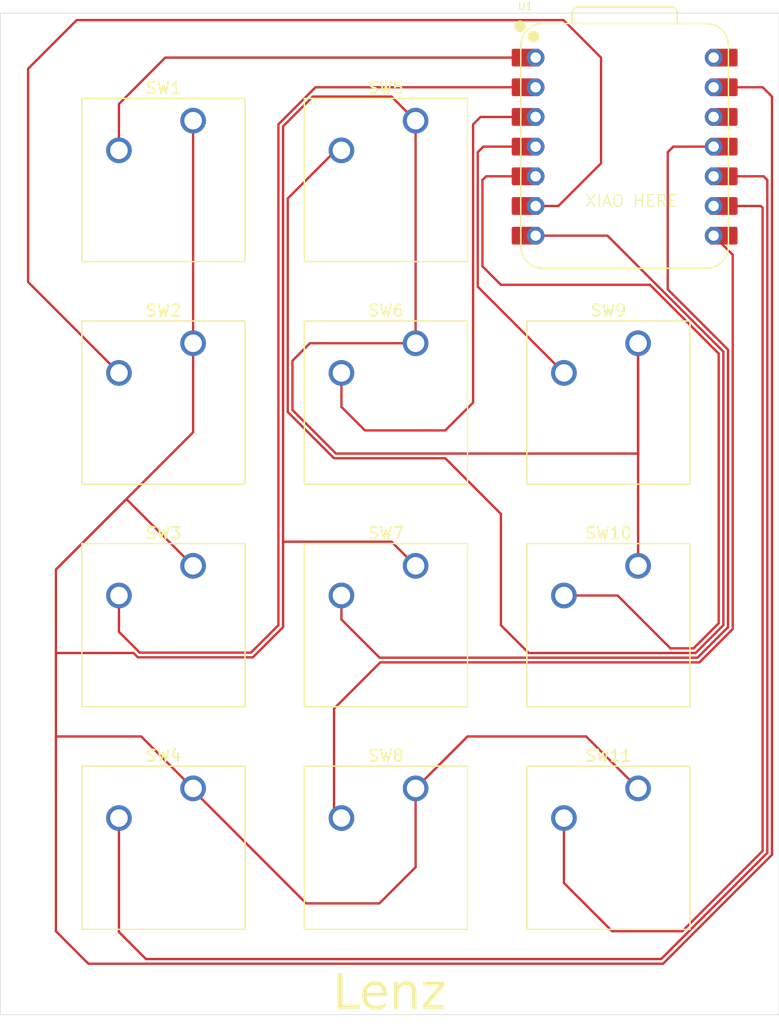
<source format=kicad_pcb>
(kicad_pcb (version 20241229) (generator "pcbnew") (generator_version "9.0")
  (layers (0 "F.Cu" signal) (2 "B.Cu" signal) (13 "F.Paste" user) (15 "B.Paste" user) (5 "F.SilkS" user "F.Silkscreen") (7 "B.SilkS" user "B.Silkscreen") (1 "F.Mask" user) (3 "B.Mask" user) (25 "Edge.Cuts" user))
  (net 0 "")
  (net 1 "GND")
  (net 2 "Net-(U1-GPIO26{slash}ADC0{slash}A0)")
  (net 3 "Net-(U1-GPIO7{slash}SCL)")
  (net 4 "Net-(U1-GPIO27{slash}ADC1{slash}A1)")
  (net 5 "Net-(U1-GPIO4{slash}MISO)")
  (net 6 "Net-(U1-GPIO0{slash}TX)")
  (net 7 "Net-(U1-GPIO28{slash}ADC2{slash}A2)")
  (net 8 "Net-(U1-GPIO3{slash}MOSI)")
  (net 9 "Net-(U1-GPIO1{slash}RX)")
  (net 10 "Net-(U1-GPIO29{slash}ADC3{slash}A3)")
  (net 11 "Net-(U1-GPIO6{slash}SDA)")
  (net 12 "Net-(U1-GPIO2{slash}SCK)")
  (net 14 "+5V")
  (footprint "Button_Switch_Keyboard:SW_Cherry_MX_1.00u_PCB" (layer "F.Cu") (at 142.71625 83.02625)
    (property "Reference" "SW6" (at -2.54 -2.794 0) (layer "F.SilkS"))
    (property "Value" "SW_Push")
    (fp_line (start -9.525 -1.905) (end 4.445 -1.905) (stroke (width 0.12)) (layer "F.SilkS"))
    (fp_line (start -9.525 12.065) (end -9.525 -1.905) (stroke (width 0.12)) (layer "F.SilkS"))
    (fp_line (start 4.445 -1.905) (end 4.445 12.065) (stroke (width 0.12)) (layer "F.SilkS"))
    (fp_line (start 4.445 12.065) (end -9.525 12.065) (stroke (width 0.12)) (layer "F.SilkS"))
    (pad "" np_thru_hole circle (at -7.62 5.08) (size 1.7 1.7) (drill 1.7) (layers "*.Cu" "*.Mask"))
    (pad "" np_thru_hole circle (at -2.54 5.08) (size 4 4) (drill 4) (layers "*.Cu" "*.Mask"))
    (pad "" np_thru_hole circle (at 2.54 5.08) (size 1.7 1.7) (drill 1.7) (layers "*.Cu" "*.Mask"))
    (pad "1" thru_hole circle (at 0 0) (size 2.2 2.2) (drill 1.5) (layers "*.Cu" "*.Mask") (net 1 "GND"))
    (pad "2" thru_hole circle (at -6.35 2.54) (size 2.2 2.2) (drill 1.5) (layers "*.Cu" "*.Mask") (net 7 "Net-(U1-GPIO28{slash}ADC2{slash}A2)"))
  )
  (footprint "Button_Switch_Keyboard:SW_Cherry_MX_1.00u_PCB" (layer "F.Cu") (at 123.66625 121.12625)
    (property "Reference" "SW4" (at -2.54 -2.794 0) (layer "F.SilkS"))
    (property "Value" "SW_Push")
    (fp_line (start -9.525 -1.905) (end 4.445 -1.905) (stroke (width 0.12)) (layer "F.SilkS"))
    (fp_line (start -9.525 12.065) (end -9.525 -1.905) (stroke (width 0.12)) (layer "F.SilkS"))
    (fp_line (start 4.445 -1.905) (end 4.445 12.065) (stroke (width 0.12)) (layer "F.SilkS"))
    (fp_line (start 4.445 12.065) (end -9.525 12.065) (stroke (width 0.12)) (layer "F.SilkS"))
    (pad "" np_thru_hole circle (at -7.62 5.08) (size 1.7 1.7) (drill 1.7) (layers "*.Cu" "*.Mask"))
    (pad "" np_thru_hole circle (at -2.54 5.08) (size 4 4) (drill 4) (layers "*.Cu" "*.Mask"))
    (pad "" np_thru_hole circle (at 2.54 5.08) (size 1.7 1.7) (drill 1.7) (layers "*.Cu" "*.Mask"))
    (pad "1" thru_hole circle (at 0 0) (size 2.2 2.2) (drill 1.5) (layers "*.Cu" "*.Mask") (net 1 "GND"))
    (pad "2" thru_hole circle (at -6.35 2.54) (size 2.2 2.2) (drill 1.5) (layers "*.Cu" "*.Mask") (net 5 "Net-(U1-GPIO4{slash}MISO)"))
  )
  (footprint "Button_Switch_Keyboard:SW_Cherry_MX_1.00u_PCB" (layer "F.Cu") (at 161.76625 121.12625)
    (property "Reference" "SW11" (at -2.54 -2.794 0) (layer "F.SilkS"))
    (property "Value" "SW_Push")
    (fp_line (start -9.525 -1.905) (end 4.445 -1.905) (stroke (width 0.12)) (layer "F.SilkS"))
    (fp_line (start -9.525 12.065) (end -9.525 -1.905) (stroke (width 0.12)) (layer "F.SilkS"))
    (fp_line (start 4.445 -1.905) (end 4.445 12.065) (stroke (width 0.12)) (layer "F.SilkS"))
    (fp_line (start 4.445 12.065) (end -9.525 12.065) (stroke (width 0.12)) (layer "F.SilkS"))
    (pad "" np_thru_hole circle (at -7.62 5.08) (size 1.7 1.7) (drill 1.7) (layers "*.Cu" "*.Mask"))
    (pad "" np_thru_hole circle (at -2.54 5.08) (size 4 4) (drill 4) (layers "*.Cu" "*.Mask"))
    (pad "" np_thru_hole circle (at 2.54 5.08) (size 1.7 1.7) (drill 1.7) (layers "*.Cu" "*.Mask"))
    (pad "1" thru_hole circle (at 0 0) (size 2.2 2.2) (drill 1.5) (layers "*.Cu" "*.Mask") (net 1 "GND"))
    (pad "2" thru_hole circle (at -6.35 2.54) (size 2.2 2.2) (drill 1.5) (layers "*.Cu" "*.Mask") (net 12 "Net-(U1-GPIO2{slash}SCK)"))
  )
  (footprint "Button_Switch_Keyboard:SW_Cherry_MX_1.00u_PCB" (layer "F.Cu") (at 142.71625 121.12625)
    (property "Reference" "SW8" (at -2.54 -2.794 0) (layer "F.SilkS"))
    (property "Value" "SW_Push")
    (fp_line (start -9.525 -1.905) (end 4.445 -1.905) (stroke (width 0.12)) (layer "F.SilkS"))
    (fp_line (start -9.525 12.065) (end -9.525 -1.905) (stroke (width 0.12)) (layer "F.SilkS"))
    (fp_line (start 4.445 -1.905) (end 4.445 12.065) (stroke (width 0.12)) (layer "F.SilkS"))
    (fp_line (start 4.445 12.065) (end -9.525 12.065) (stroke (width 0.12)) (layer "F.SilkS"))
    (pad "" np_thru_hole circle (at -7.62 5.08) (size 1.7 1.7) (drill 1.7) (layers "*.Cu" "*.Mask"))
    (pad "" np_thru_hole circle (at -2.54 5.08) (size 4 4) (drill 4) (layers "*.Cu" "*.Mask"))
    (pad "" np_thru_hole circle (at 2.54 5.08) (size 1.7 1.7) (drill 1.7) (layers "*.Cu" "*.Mask"))
    (pad "1" thru_hole circle (at 0 0) (size 2.2 2.2) (drill 1.5) (layers "*.Cu" "*.Mask") (net 1 "GND"))
    (pad "2" thru_hole circle (at -6.35 2.54) (size 2.2 2.2) (drill 1.5) (layers "*.Cu" "*.Mask") (net 9 "Net-(U1-GPIO1{slash}RX)"))
  )
  (footprint "Button_Switch_Keyboard:SW_Cherry_MX_1.00u_PCB" (layer "F.Cu") (at 123.66625 102.07625)
    (property "Reference" "SW3" (at -2.54 -2.794 0) (layer "F.SilkS"))
    (property "Value" "SW_Push")
    (fp_line (start -9.525 -1.905) (end 4.445 -1.905) (stroke (width 0.12)) (layer "F.SilkS"))
    (fp_line (start -9.525 12.065) (end -9.525 -1.905) (stroke (width 0.12)) (layer "F.SilkS"))
    (fp_line (start 4.445 -1.905) (end 4.445 12.065) (stroke (width 0.12)) (layer "F.SilkS"))
    (fp_line (start 4.445 12.065) (end -9.525 12.065) (stroke (width 0.12)) (layer "F.SilkS"))
    (pad "" np_thru_hole circle (at -7.62 5.08) (size 1.7 1.7) (drill 1.7) (layers "*.Cu" "*.Mask"))
    (pad "" np_thru_hole circle (at -2.54 5.08) (size 4 4) (drill 4) (layers "*.Cu" "*.Mask"))
    (pad "" np_thru_hole circle (at 2.54 5.08) (size 1.7 1.7) (drill 1.7) (layers "*.Cu" "*.Mask"))
    (pad "1" thru_hole circle (at 0 0) (size 2.2 2.2) (drill 1.5) (layers "*.Cu" "*.Mask") (net 1 "GND"))
    (pad "2" thru_hole circle (at -6.35 2.54) (size 2.2 2.2) (drill 1.5) (layers "*.Cu" "*.Mask") (net 4 "Net-(U1-GPIO27{slash}ADC1{slash}A1)"))
  )
  (footprint "Button_Switch_Keyboard:SW_Cherry_MX_1.00u_PCB" (layer "F.Cu") (at 142.71625 102.07625)
    (property "Reference" "SW7" (at -2.54 -2.794 0) (layer "F.SilkS"))
    (property "Value" "SW_Push")
    (fp_line (start -9.525 -1.905) (end 4.445 -1.905) (stroke (width 0.12)) (layer "F.SilkS"))
    (fp_line (start -9.525 12.065) (end -9.525 -1.905) (stroke (width 0.12)) (layer "F.SilkS"))
    (fp_line (start 4.445 -1.905) (end 4.445 12.065) (stroke (width 0.12)) (layer "F.SilkS"))
    (fp_line (start 4.445 12.065) (end -9.525 12.065) (stroke (width 0.12)) (layer "F.SilkS"))
    (pad "" np_thru_hole circle (at -7.62 5.08) (size 1.7 1.7) (drill 1.7) (layers "*.Cu" "*.Mask"))
    (pad "" np_thru_hole circle (at -2.54 5.08) (size 4 4) (drill 4) (layers "*.Cu" "*.Mask"))
    (pad "" np_thru_hole circle (at 2.54 5.08) (size 1.7 1.7) (drill 1.7) (layers "*.Cu" "*.Mask"))
    (pad "1" thru_hole circle (at 0 0) (size 2.2 2.2) (drill 1.5) (layers "*.Cu" "*.Mask") (net 1 "GND"))
    (pad "2" thru_hole circle (at -6.35 2.54) (size 2.2 2.2) (drill 1.5) (layers "*.Cu" "*.Mask") (net 8 "Net-(U1-GPIO3{slash}MOSI)"))
  )
  (footprint "Button_Switch_Keyboard:SW_Cherry_MX_1.00u_PCB" (layer "F.Cu") (at 161.76625 83.02625)
    (property "Reference" "SW9" (at -2.54 -2.794 0) (layer "F.SilkS"))
    (property "Value" "SW_Push")
    (fp_line (start -9.525 -1.905) (end 4.445 -1.905) (stroke (width 0.12)) (layer "F.SilkS"))
    (fp_line (start -9.525 12.065) (end -9.525 -1.905) (stroke (width 0.12)) (layer "F.SilkS"))
    (fp_line (start 4.445 -1.905) (end 4.445 12.065) (stroke (width 0.12)) (layer "F.SilkS"))
    (fp_line (start 4.445 12.065) (end -9.525 12.065) (stroke (width 0.12)) (layer "F.SilkS"))
    (pad "" np_thru_hole circle (at -7.62 5.08) (size 1.7 1.7) (drill 1.7) (layers "*.Cu" "*.Mask"))
    (pad "" np_thru_hole circle (at -2.54 5.08) (size 4 4) (drill 4) (layers "*.Cu" "*.Mask"))
    (pad "" np_thru_hole circle (at 2.54 5.08) (size 1.7 1.7) (drill 1.7) (layers "*.Cu" "*.Mask"))
    (pad "1" thru_hole circle (at 0 0) (size 2.2 2.2) (drill 1.5) (layers "*.Cu" "*.Mask") (net 1 "GND"))
    (pad "2" thru_hole circle (at -6.35 2.54) (size 2.2 2.2) (drill 1.5) (layers "*.Cu" "*.Mask") (net 10 "Net-(U1-GPIO29{slash}ADC3{slash}A3)"))
  )
  (footprint "Button_Switch_Keyboard:SW_Cherry_MX_1.00u_PCB" (layer "F.Cu") (at 123.66625 63.97625)
    (property "Reference" "SW1" (at -2.54 -2.794 0) (layer "F.SilkS"))
    (property "Value" "SW_Push")
    (fp_line (start -9.525 -1.905) (end 4.445 -1.905) (stroke (width 0.12)) (layer "F.SilkS"))
    (fp_line (start -9.525 12.065) (end -9.525 -1.905) (stroke (width 0.12)) (layer "F.SilkS"))
    (fp_line (start 4.445 -1.905) (end 4.445 12.065) (stroke (width 0.12)) (layer "F.SilkS"))
    (fp_line (start 4.445 12.065) (end -9.525 12.065) (stroke (width 0.12)) (layer "F.SilkS"))
    (pad "" np_thru_hole circle (at -7.62 5.08) (size 1.7 1.7) (drill 1.7) (layers "*.Cu" "*.Mask"))
    (pad "" np_thru_hole circle (at -2.54 5.08) (size 4 4) (drill 4) (layers "*.Cu" "*.Mask"))
    (pad "" np_thru_hole circle (at 2.54 5.08) (size 1.7 1.7) (drill 1.7) (layers "*.Cu" "*.Mask"))
    (pad "1" thru_hole circle (at 0 0) (size 2.2 2.2) (drill 1.5) (layers "*.Cu" "*.Mask") (net 1 "GND"))
    (pad "2" thru_hole circle (at -6.35 2.54) (size 2.2 2.2) (drill 1.5) (layers "*.Cu" "*.Mask") (net 2 "Net-(U1-GPIO26{slash}ADC0{slash}A0)"))
  )
  (footprint "Button_Switch_Keyboard:SW_Cherry_MX_1.00u_PCB" (layer "F.Cu") (at 161.76625 102.07625)
    (property "Reference" "SW10" (at -2.54 -2.794 0) (layer "F.SilkS"))
    (property "Value" "SW_Push")
    (fp_line (start -9.525 -1.905) (end 4.445 -1.905) (stroke (width 0.12)) (layer "F.SilkS"))
    (fp_line (start -9.525 12.065) (end -9.525 -1.905) (stroke (width 0.12)) (layer "F.SilkS"))
    (fp_line (start 4.445 -1.905) (end 4.445 12.065) (stroke (width 0.12)) (layer "F.SilkS"))
    (fp_line (start 4.445 12.065) (end -9.525 12.065) (stroke (width 0.12)) (layer "F.SilkS"))
    (pad "" np_thru_hole circle (at -7.62 5.08) (size 1.7 1.7) (drill 1.7) (layers "*.Cu" "*.Mask"))
    (pad "" np_thru_hole circle (at -2.54 5.08) (size 4 4) (drill 4) (layers "*.Cu" "*.Mask"))
    (pad "" np_thru_hole circle (at 2.54 5.08) (size 1.7 1.7) (drill 1.7) (layers "*.Cu" "*.Mask"))
    (pad "1" thru_hole circle (at 0 0) (size 2.2 2.2) (drill 1.5) (layers "*.Cu" "*.Mask") (net 1 "GND"))
    (pad "2" thru_hole circle (at -6.35 2.54) (size 2.2 2.2) (drill 1.5) (layers "*.Cu" "*.Mask") (net 11 "Net-(U1-GPIO6{slash}SDA)"))
  )
  (footprint "XIAO:XIAO-RP2040-DIP" (layer "F.Cu") (at 160.61375 66.19875)
    (property "Reference" "U1" (at -8.5 -12 0) (layer "F.SilkS") (effects (font (size 0.635 0.635) (thickness 0.1016))))
    (property "Value" "XIAO-RP2040-DIP")
    (fp_line (start -8.89 8.509) (end -8.89 -8.636) (stroke (width 0.127)) (layer "F.SilkS"))
    (fp_line (start -6.985 10.414) (end 6.985 10.414) (stroke (width 0.127)) (layer "F.SilkS"))
    (fp_line (start -4.495 -10.541) (end -4.491272 -11.451272) (stroke (width 0.127)) (layer "F.SilkS"))
    (fp_line (start -3.991272 -11.951) (end 4.004 -11.951) (stroke (width 0.127)) (layer "F.SilkS"))
    (fp_line (start 4.504 -11.451) (end 4.504 -10.541) (stroke (width 0.127)) (layer "F.SilkS"))
    (fp_line (start 6.985 -10.541) (end -6.985 -10.541) (stroke (width 0.1)) (layer "F.SilkS"))
    (fp_line (start 6.985 -10.541) (end -6.985 -10.541) (stroke (width 0.127)) (layer "F.SilkS"))
    (fp_line (start 8.89 8.509) (end 8.89 -8.636) (stroke (width 0.127)) (layer "F.SilkS"))
    (fp_arc (start -8.89 -8.636) (mid -8.332038 -9.983038) (end -6.985 -10.541) (stroke (width 0.127)) (layer "F.SilkS"))
    (fp_arc (start -6.985 10.414) (mid -8.332038 9.856038) (end -8.89 8.509) (stroke (width 0.127)) (layer "F.SilkS"))
    (fp_arc (start -4.491272 -11.451272) (mid -4.344728 -11.80464) (end -3.991272 -11.951) (stroke (width 0.127)) (layer "F.SilkS"))
    (fp_arc (start 4.004 -11.951) (mid 4.357553 -11.804553) (end 4.504 -11.451) (stroke (width 0.127)) (layer "F.SilkS"))
    (fp_arc (start 6.985 -10.541) (mid 8.332038 -9.983038) (end 8.89 -8.636) (stroke (width 0.127)) (layer "F.SilkS"))
    (fp_arc (start 8.89 8.509) (mid 8.332038 9.856038) (end 6.985 10.414) (stroke (width 0.127)) (layer "F.SilkS"))
    (fp_circle (center -8.95 -10.3) (end -8.95 -10.554) (stroke (width 0.5)) (fill yes) (layer "F.SilkS"))
    (fp_circle (center -7.807 -9.42) (end -7.807 -9.674) (stroke (width 0.5)) (fill yes) (layer "F.SilkS"))
    (pad "1" smd roundrect (at -8.455 -7.62 180) (size 2.432 1.524) (layers "F.Cu" "F.Mask") (roundrect_rratio 0.1) (net 2 "Net-(U1-GPIO26{slash}ADC0{slash}A0)"))
    (pad "1" thru_hole circle (at -7.62 -7.62 180) (size 1.524 1.524) (drill 0.889) (layers "*.Cu" "*.Mask") (net 2 "Net-(U1-GPIO26{slash}ADC0{slash}A0)"))
    (pad "2" smd roundrect (at -8.455 -5.08 180) (size 2.432 1.524) (layers "F.Cu" "F.Mask") (roundrect_rratio 0.1) (net 4 "Net-(U1-GPIO27{slash}ADC1{slash}A1)"))
    (pad "2" thru_hole circle (at -7.62 -5.08 180) (size 1.524 1.524) (drill 0.889) (layers "*.Cu" "*.Mask") (net 4 "Net-(U1-GPIO27{slash}ADC1{slash}A1)"))
    (pad "3" smd roundrect (at -8.455 -2.54 180) (size 2.432 1.524) (layers "F.Cu" "F.Mask") (roundrect_rratio 0.1) (net 7 "Net-(U1-GPIO28{slash}ADC2{slash}A2)"))
    (pad "3" thru_hole circle (at -7.62 -2.54 180) (size 1.524 1.524) (drill 0.889) (layers "*.Cu" "*.Mask") (net 7 "Net-(U1-GPIO28{slash}ADC2{slash}A2)"))
    (pad "4" smd roundrect (at -8.455 0 180) (size 2.432 1.524) (layers "F.Cu" "F.Mask") (roundrect_rratio 0.1) (net 10 "Net-(U1-GPIO29{slash}ADC3{slash}A3)"))
    (pad "4" thru_hole circle (at -7.62 0 180) (size 1.524 1.524) (drill 0.889) (layers "*.Cu" "*.Mask") (net 10 "Net-(U1-GPIO29{slash}ADC3{slash}A3)"))
    (pad "5" smd roundrect (at -8.455 2.54 180) (size 2.432 1.524) (layers "F.Cu" "F.Mask") (roundrect_rratio 0.1) (net 11 "Net-(U1-GPIO6{slash}SDA)"))
    (pad "5" thru_hole circle (at -7.62 2.54 180) (size 1.524 1.524) (drill 0.889) (layers "*.Cu" "*.Mask") (net 11 "Net-(U1-GPIO6{slash}SDA)"))
    (pad "6" smd roundrect (at -8.455 5.08 180) (size 2.432 1.524) (layers "F.Cu" "F.Mask") (roundrect_rratio 0.1) (net 3 "Net-(U1-GPIO7{slash}SCL)"))
    (pad "6" thru_hole circle (at -7.62 5.08 180) (size 1.524 1.524) (drill 0.889) (layers "*.Cu" "*.Mask") (net 3 "Net-(U1-GPIO7{slash}SCL)"))
    (pad "7" smd roundrect (at -8.455 7.62 180) (size 2.432 1.524) (layers "F.Cu" "F.Mask") (roundrect_rratio 0.1) (net 6 "Net-(U1-GPIO0{slash}TX)"))
    (pad "7" thru_hole circle (at -7.62 7.62 180) (size 1.524 1.524) (drill 0.889) (layers "*.Cu" "*.Mask") (net 6 "Net-(U1-GPIO0{slash}TX)"))
    (pad "8" thru_hole circle (at 7.62 7.62) (size 1.524 1.524) (drill 0.889) (layers "*.Cu" "*.Mask") (net 9 "Net-(U1-GPIO1{slash}RX)"))
    (pad "8" smd roundrect (at 8.455 7.62) (size 2.432 1.524) (layers "F.Cu" "F.Mask") (roundrect_rratio 0.1) (net 9 "Net-(U1-GPIO1{slash}RX)"))
    (pad "9" thru_hole circle (at 7.62 5.08) (size 1.524 1.524) (drill 0.889) (layers "*.Cu" "*.Mask") (net 12 "Net-(U1-GPIO2{slash}SCK)"))
    (pad "9" smd roundrect (at 8.455 5.08) (size 2.432 1.524) (layers "F.Cu" "F.Mask") (roundrect_rratio 0.1) (net 12 "Net-(U1-GPIO2{slash}SCK)"))
    (pad "10" thru_hole circle (at 7.62 2.54) (size 1.524 1.524) (drill 0.889) (layers "*.Cu" "*.Mask") (net 5 "Net-(U1-GPIO4{slash}MISO)"))
    (pad "10" smd roundrect (at 8.455 2.54) (size 2.432 1.524) (layers "F.Cu" "F.Mask") (roundrect_rratio 0.1) (net 5 "Net-(U1-GPIO4{slash}MISO)"))
    (pad "11" thru_hole circle (at 7.62 0) (size 1.524 1.524) (drill 0.889) (layers "*.Cu" "*.Mask") (net 8 "Net-(U1-GPIO3{slash}MOSI)"))
    (pad "11" smd roundrect (at 8.455 0) (size 2.432 1.524) (layers "F.Cu" "F.Mask") (roundrect_rratio 0.1) (net 8 "Net-(U1-GPIO3{slash}MOSI)"))
    (pad "12" thru_hole circle (at 7.62 -2.54) (size 1.524 1.524) (drill 0.889) (layers "*.Cu" "*.Mask"))
    (pad "12" smd roundrect (at 8.455 -2.54) (size 2.432 1.524) (layers "F.Cu" "F.Mask") (roundrect_rratio 0.1))
    (pad "13" thru_hole circle (at 7.62 -5.08) (size 1.524 1.524) (drill 0.889) (layers "*.Cu" "*.Mask") (net 1 "GND"))
    (pad "13" smd roundrect (at 8.455 -5.08) (size 2.432 1.524) (layers "F.Cu" "F.Mask") (roundrect_rratio 0.1) (net 1 "GND"))
    (pad "14" thru_hole circle (at 7.62 -7.62) (size 1.524 1.524) (drill 0.889) (layers "*.Cu" "*.Mask") (net 14 "+5V"))
    (pad "14" smd roundrect (at 8.455 -7.62) (size 2.432 1.524) (layers "F.Cu" "F.Mask") (roundrect_rratio 0.1) (net 14 "+5V"))
  )
  (footprint "Button_Switch_Keyboard:SW_Cherry_MX_1.00u_PCB" (layer "F.Cu") (at 142.71625 63.97625)
    (property "Reference" "SW5" (at -2.54 -2.794 0) (layer "F.SilkS"))
    (property "Value" "SW_Push")
    (fp_line (start -9.525 -1.905) (end 4.445 -1.905) (stroke (width 0.12)) (layer "F.SilkS"))
    (fp_line (start -9.525 12.065) (end -9.525 -1.905) (stroke (width 0.12)) (layer "F.SilkS"))
    (fp_line (start 4.445 -1.905) (end 4.445 12.065) (stroke (width 0.12)) (layer "F.SilkS"))
    (fp_line (start 4.445 12.065) (end -9.525 12.065) (stroke (width 0.12)) (layer "F.SilkS"))
    (pad "" np_thru_hole circle (at -7.62 5.08) (size 1.7 1.7) (drill 1.7) (layers "*.Cu" "*.Mask"))
    (pad "" np_thru_hole circle (at -2.54 5.08) (size 4 4) (drill 4) (layers "*.Cu" "*.Mask"))
    (pad "" np_thru_hole circle (at 2.54 5.08) (size 1.7 1.7) (drill 1.7) (layers "*.Cu" "*.Mask"))
    (pad "1" thru_hole circle (at 0 0) (size 2.2 2.2) (drill 1.5) (layers "*.Cu" "*.Mask") (net 1 "GND"))
    (pad "2" thru_hole circle (at -6.35 2.54) (size 2.2 2.2) (drill 1.5) (layers "*.Cu" "*.Mask") (net 6 "Net-(U1-GPIO0{slash}TX)"))
  )
  (footprint "Button_Switch_Keyboard:SW_Cherry_MX_1.00u_PCB" (layer "F.Cu") (at 123.66625 83.02625)
    (property "Reference" "SW2" (at -2.54 -2.794 0) (layer "F.SilkS"))
    (property "Value" "SW_Push")
    (fp_line (start -9.525 -1.905) (end 4.445 -1.905) (stroke (width 0.12)) (layer "F.SilkS"))
    (fp_line (start -9.525 12.065) (end -9.525 -1.905) (stroke (width 0.12)) (layer "F.SilkS"))
    (fp_line (start 4.445 -1.905) (end 4.445 12.065) (stroke (width 0.12)) (layer "F.SilkS"))
    (fp_line (start 4.445 12.065) (end -9.525 12.065) (stroke (width 0.12)) (layer "F.SilkS"))
    (pad "" np_thru_hole circle (at -7.62 5.08) (size 1.7 1.7) (drill 1.7) (layers "*.Cu" "*.Mask"))
    (pad "" np_thru_hole circle (at -2.54 5.08) (size 4 4) (drill 4) (layers "*.Cu" "*.Mask"))
    (pad "" np_thru_hole circle (at 2.54 5.08) (size 1.7 1.7) (drill 1.7) (layers "*.Cu" "*.Mask"))
    (pad "1" thru_hole circle (at 0 0) (size 2.2 2.2) (drill 1.5) (layers "*.Cu" "*.Mask") (net 1 "GND"))
    (pad "2" thru_hole circle (at -6.35 2.54) (size 2.2 2.2) (drill 1.5) (layers "*.Cu" "*.Mask") (net 3 "Net-(U1-GPIO7{slash}SCL)"))
  )
  (gr_rect (start 107.15625 54.76875) (end 173.83125 140.49375) (stroke (width 0.05)) (fill no) (layer "Edge.Cuts"))
  (gr_text "Lenz" (at 140.49375 140.49375 0) (layer "F.SilkS") (effects (font (size 3 3) (thickness 0.1)) (justify bottom)))
  (gr_text "XIAO HERE" (at 157.1625 71.4375 0) (layer "F.SilkS") (effects (font (size 1 1) (thickness 0.1)) (justify left bottom)))
  (segment (start 173.23025 61.9125) (end 173.23025 126.80725) (width 0.2) (layer "F.Cu") (net 1))
  (segment (start 111.91875 116.68125) (end 119.22125 116.68125) (width 0.2) (layer "F.Cu") (net 1))
  (segment (start 123.66625 90.64625) (end 123.66625 83.02625) (width 0.2) (layer "F.Cu") (net 1))
  (segment (start 114.701 136.13225) (end 111.91875 133.35) (width 0.2) (layer "F.Cu") (net 1))
  (segment (start 112.23625 102.07625) (end 117.871875 96.440625) (width 0.2) (layer "F.Cu") (net 1))
  (segment (start 173.23025 126.80725) (end 163.90525 136.13225) (width 0.2) (layer "F.Cu") (net 1))
  (segment (start 142.71625 63.97625) (end 142.71625 83.02625) (width 0.2) (layer "F.Cu") (net 1))
  (segment (start 128.78385 109.90825) (end 131.36975 107.32235) (width 0.2) (layer "F.Cu") (net 1))
  (segment (start 140.6525 61.9125) (end 133.9171 61.9125) (width 0.2) (layer "F.Cu") (net 1))
  (segment (start 135.89735 92.46775) (end 161.76625 92.46775) (width 0.2) (layer "F.Cu") (net 1))
  (segment (start 133.35 100.0125) (end 140.6525 100.0125) (width 0.2) (layer "F.Cu") (net 1))
  (segment (start 111.91875 114.3) (end 111.91875 109.5375) (width 0.2) (layer "F.Cu") (net 1))
  (segment (start 123.66625 83.02625) (end 123.66625 63.97625) (width 0.2) (layer "F.Cu") (net 1))
  (segment (start 118.56393 109.5375) (end 118.93468 109.90825) (width 0.2) (layer "F.Cu") (net 1))
  (segment (start 111.91875 121.44375) (end 111.91875 116.68125) (width 0.2) (layer "F.Cu") (net 1))
  (segment (start 131.36975 107.32235) (end 131.36975 100.0125) (width 0.2) (layer "F.Cu") (net 1))
  (segment (start 132.17175 84.522) (end 132.17175 88.74215) (width 0.2) (layer "F.Cu") (net 1))
  (segment (start 111.91875 102.39375) (end 112.23625 102.07625) (width 0.2) (layer "F.Cu") (net 1))
  (segment (start 142.71625 83.02625) (end 142.39875 83.34375) (width 0.2) (layer "F.Cu") (net 1))
  (segment (start 142.71625 127.868658) (end 142.71625 121.12625) (width 0.2) (layer "F.Cu") (net 1))
  (segment (start 172.4365 61.11875) (end 173.23025 61.9125) (width 0.2) (layer "F.Cu") (net 1))
  (segment (start 123.66625 121.12625) (end 123.66625 121.285) (width 0.2) (layer "F.Cu") (net 1))
  (segment (start 133.35 130.96875) (end 139.616158 130.96875) (width 0.2) (layer "F.Cu") (net 1))
  (segment (start 139.616158 130.96875) (end 142.71625 127.868658) (width 0.2) (layer "F.Cu") (net 1))
  (segment (start 147.16125 116.68125) (end 157.32125 116.68125) (width 0.2) (layer "F.Cu") (net 1))
  (segment (start 132.17175 88.74215) (end 135.89735 92.46775) (width 0.2) (layer "F.Cu") (net 1))
  (segment (start 118.030625 96.440625) (end 123.66625 102.07625) (width 0.2) (layer "F.Cu") (net 1))
  (segment (start 142.71625 83.02625) (end 133.6675 83.02625) (width 0.2) (layer "F.Cu") (net 1))
  (segment (start 133.6675 83.02625) (end 132.17175 84.522) (width 0.2) (layer "F.Cu") (net 1))
  (segment (start 157.32125 116.68125) (end 161.76625 121.12625) (width 0.2) (layer "F.Cu") (net 1))
  (segment (start 111.91875 133.35) (end 111.91875 121.44375) (width 0.2) (layer "F.Cu") (net 1))
  (segment (start 123.66625 121.285) (end 133.35 130.96875) (width 0.2) (layer "F.Cu") (net 1))
  (segment (start 111.91875 121.44375) (end 111.91875 114.3) (width 0.2) (layer "F.Cu") (net 1))
  (segment (start 131.36975 100.0125) (end 133.35 100.0125) (width 0.2) (layer "F.Cu") (net 1))
  (segment (start 168.23375 61.11875) (end 172.4365 61.11875) (width 0.2) (layer "F.Cu") (net 1))
  (segment (start 140.6525 100.0125) (end 142.71625 102.07625) (width 0.2) (layer "F.Cu") (net 1))
  (segment (start 142.71625 121.12625) (end 147.16125 116.68125) (width 0.2) (layer "F.Cu") (net 1))
  (segment (start 163.90525 136.13225) (end 114.701 136.13225) (width 0.2) (layer "F.Cu") (net 1))
  (segment (start 112.23625 102.07625) (end 123.66625 90.64625) (width 0.2) (layer "F.Cu") (net 1))
  (segment (start 133.9171 61.9125) (end 131.36975 64.45985) (width 0.2) (layer "F.Cu") (net 1))
  (segment (start 111.91875 109.5375) (end 118.56393 109.5375) (width 0.2) (layer "F.Cu") (net 1))
  (segment (start 119.22125 116.68125) (end 123.66625 121.12625) (width 0.2) (layer "F.Cu") (net 1))
  (segment (start 118.93468 109.90825) (end 128.78385 109.90825) (width 0.2) (layer "F.Cu") (net 1))
  (segment (start 142.71625 63.97625) (end 140.6525 61.9125) (width 0.2) (layer "F.Cu") (net 1))
  (segment (start 117.871875 96.440625) (end 118.030625 96.440625) (width 0.2) (layer "F.Cu") (net 1))
  (segment (start 161.76625 92.46775) (end 161.76625 83.02625) (width 0.2) (layer "F.Cu") (net 1))
  (segment (start 161.76625 83.02625) (end 161.76625 102.07625) (width 0.2) (layer "F.Cu") (net 1))
  (segment (start 131.36975 64.45985) (end 131.36975 100.0125) (width 0.2) (layer "F.Cu") (net 1))
  (segment (start 111.91875 114.3) (end 111.91875 102.39375) (width 0.2) (layer "F.Cu") (net 1))
  (segment (start 117.31625 62.5475) (end 121.285 58.57875) (width 0.2) (layer "F.Cu") (net 2))
  (segment (start 117.1575 66.675) (end 117.31625 66.51625) (width 0.2) (layer "F.Cu") (net 2))
  (segment (start 117.31625 66.51625) (end 117.31625 62.5475) (width 0.2) (layer "F.Cu") (net 2))
  (segment (start 152.99375 58.57875) (end 121.285 58.57875) (width 0.2) (layer "F.Cu") (net 2))
  (segment (start 109.5375 77.7875) (end 117.31625 85.56625) (width 0.2) (layer "F.Cu") (net 3))
  (segment (start 155.38225 55.36975) (end 113.699 55.36975) (width 0.2) (layer "F.Cu") (net 3))
  (segment (start 158.59275 58.58025) (end 155.38225 55.36975) (width 0.2) (layer "F.Cu") (net 3))
  (segment (start 152.99375 71.27875) (end 154.94 71.27875) (width 0.2) (layer "F.Cu") (net 3))
  (segment (start 158.59275 67.626) (end 158.59275 58.58025) (width 0.2) (layer "F.Cu") (net 3))
  (segment (start 113.699 55.36975) (end 109.5375 59.53125) (width 0.2) (layer "F.Cu") (net 3))
  (segment (start 109.5375 59.53125) (end 109.5375 77.7875) (width 0.2) (layer "F.Cu") (net 3))
  (segment (start 154.94 71.27875) (end 158.59275 67.626) (width 0.2) (layer "F.Cu") (net 3))
  (segment (start 130.96875 64.29375) (end 130.96875 107.15625) (width 0.2) (layer "F.Cu") (net 4))
  (segment (start 117.31625 107.72272) (end 117.31625 104.61625) (width 0.2) (layer "F.Cu") (net 4))
  (segment (start 128.61775 109.50725) (end 119.10078 109.50725) (width 0.2) (layer "F.Cu") (net 4))
  (segment (start 134.14375 61.11875) (end 130.96875 64.29375) (width 0.2) (layer "F.Cu") (net 4))
  (segment (start 130.96875 107.15625) (end 128.61775 109.50725) (width 0.2) (layer "F.Cu") (net 4))
  (segment (start 152.99375 61.11875) (end 134.14375 61.11875) (width 0.2) (layer "F.Cu") (net 4))
  (segment (start 119.10078 109.50725) (end 117.31625 107.72272) (width 0.2) (layer "F.Cu") (net 4))
  (segment (start 168.23375 68.73875) (end 172.51175 68.73875) (width 0.2) (layer "F.Cu") (net 5))
  (segment (start 119.6296 135.73125) (end 117.31625 133.4179) (width 0.2) (layer "F.Cu") (net 5))
  (segment (start 172.82925 126.64115) (end 163.73915 135.73125) (width 0.2) (layer "F.Cu") (net 5))
  (segment (start 163.73915 135.73125) (end 119.6296 135.73125) (width 0.2) (layer "F.Cu") (net 5))
  (segment (start 172.51175 68.73875) (end 172.82925 69.05625) (width 0.2) (layer "F.Cu") (net 5))
  (segment (start 117.31625 133.4179) (end 117.31625 123.66625) (width 0.2) (layer "F.Cu") (net 5))
  (segment (start 172.82925 69.05625) (end 172.82925 126.64115) (width 0.2) (layer "F.Cu") (net 5))
  (segment (start 145.25625 92.86875) (end 150.01875 97.63125) (width 0.2) (layer "F.Cu") (net 6))
  (segment (start 152.99375 73.81875) (end 159.14275 73.81875) (width 0.2) (layer "F.Cu") (net 6))
  (segment (start 131.77075 88.90825) (end 135.73125 92.86875) (width 0.2) (layer "F.Cu") (net 6))
  (segment (start 150.01875 107.15625) (end 152.4 109.5375) (width 0.2) (layer "F.Cu") (net 6))
  (segment (start 152.4 109.5375) (end 166.6875 109.5375) (width 0.2) (layer "F.Cu") (net 6))
  (segment (start 166.6875 109.5375) (end 169.06875 107.15625) (width 0.2) (layer "F.Cu") (net 6))
  (segment (start 169.06875 107.15625) (end 169.06875 83.74475) (width 0.2) (layer "F.Cu") (net 6))
  (segment (start 150.01875 97.63125) (end 150.01875 107.15625) (width 0.2) (layer "F.Cu") (net 6))
  (segment (start 135.73125 92.86875) (end 145.25625 92.86875) (width 0.2) (layer "F.Cu") (net 6))
  (segment (start 135.89 66.51625) (end 131.77075 70.6355) (width 0.2) (layer "F.Cu") (net 6))
  (segment (start 136.36625 66.51625) (end 135.89 66.51625) (width 0.2) (layer "F.Cu") (net 6))
  (segment (start 169.06875 83.74475) (end 159.14275 73.81875) (width 0.2) (layer "F.Cu") (net 6))
  (segment (start 131.77075 70.6355) (end 131.77075 88.90825) (width 0.2) (layer "F.Cu") (net 6))
  (segment (start 138.378368 90.4875) (end 145.25625 90.4875) (width 0.2) (layer "F.Cu") (net 7))
  (segment (start 152.99375 63.65875) (end 152.15875 63.65875) (width 0.2) (layer "F.Cu") (net 7))
  (segment (start 147.6375 88.10625) (end 147.6375 64.29375) (width 0.2) (layer "F.Cu") (net 7))
  (segment (start 145.25625 90.4875) (end 147.6375 88.10625) (width 0.2) (layer "F.Cu") (net 7))
  (segment (start 136.36625 85.56625) (end 136.36625 88.475382) (width 0.2) (layer "F.Cu") (net 7))
  (segment (start 152.99375 63.65875) (end 148.2725 63.65875) (width 0.2) (layer "F.Cu") (net 7))
  (segment (start 136.36625 88.475382) (end 138.378368 90.4875) (width 0.2) (layer "F.Cu") (net 7))
  (segment (start 148.2725 63.65875) (end 147.6375 64.29375) (width 0.2) (layer "F.Cu") (net 7))
  (segment (start 139.633684 109.9385) (end 136.36625 106.671066) (width 0.2) (layer "F.Cu") (net 8))
  (segment (start 169.46975 107.32235) (end 166.8536 109.9385) (width 0.2) (layer "F.Cu") (net 8))
  (segment (start 164.30625 78.41515) (end 169.46975 83.57865) (width 0.2) (layer "F.Cu") (net 8))
  (segment (start 136.36625 106.671066) (end 136.36625 104.61625) (width 0.2) (layer "F.Cu") (net 8))
  (segment (start 164.30625 66.675) (end 164.30625 78.41515) (width 0.2) (layer "F.Cu") (net 8))
  (segment (start 169.46975 83.57865) (end 169.46975 107.32235) (width 0.2) (layer "F.Cu") (net 8))
  (segment (start 164.7825 66.19875) (end 164.30625 66.675) (width 0.2) (layer "F.Cu") (net 8))
  (segment (start 166.8536 109.9385) (end 139.633684 109.9385) (width 0.2) (layer "F.Cu") (net 8))
  (segment (start 168.23375 66.19875) (end 164.7825 66.19875) (width 0.2) (layer "F.Cu") (net 8))
  (segment (start 169.87075 75.45575) (end 169.87075 107.48845) (width 0.2) (layer "F.Cu") (net 9))
  (segment (start 135.73125 123.03125) (end 136.36625 123.66625) (width 0.2) (layer "F.Cu") (net 9))
  (segment (start 135.73125 114.3) (end 135.73125 123.03125) (width 0.2) (layer "F.Cu") (net 9))
  (segment (start 169.87075 107.48845) (end 167.0197 110.3395) (width 0.2) (layer "F.Cu") (net 9))
  (segment (start 139.69175 110.3395) (end 135.73125 114.3) (width 0.2) (layer "F.Cu") (net 9))
  (segment (start 167.0197 110.3395) (end 139.69175 110.3395) (width 0.2) (layer "F.Cu") (net 9))
  (segment (start 168.23375 73.81875) (end 169.87075 75.45575) (width 0.2) (layer "F.Cu") (net 9))
  (segment (start 152.99375 66.19875) (end 148.51475 66.19875) (width 0.2) (layer "F.Cu") (net 10))
  (segment (start 148.51475 66.19875) (end 148.0385 66.675) (width 0.2) (layer "F.Cu") (net 10))
  (segment (start 148.0385 78.1885) (end 148.0385 66.675) (width 0.2) (layer "F.Cu") (net 10))
  (segment (start 155.41625 85.56625) (end 148.0385 78.1885) (width 0.2) (layer "F.Cu") (net 10))
  (segment (start 160.011066 104.61625) (end 155.41625 104.61625) (width 0.2) (layer "F.Cu") (net 11))
  (segment (start 164.531316 109.1365) (end 160.011066 104.61625) (width 0.2) (layer "F.Cu") (net 11))
  (segment (start 148.757 68.73875) (end 148.4395 69.05625) (width 0.2) (layer "F.Cu") (net 11))
  (segment (start 148.4395 69.05625) (end 148.4395 76.44315) (width 0.2) (layer "F.Cu") (net 11))
  (segment (start 168.66775 83.91085) (end 168.66775 106.99015) (width 0.2) (layer "F.Cu") (net 11))
  (segment (start 150.01875 78.0224) (end 162.7793 78.0224) (width 0.2) (layer "F.Cu") (net 11))
  (segment (start 162.7793 78.0224) (end 168.66775 83.91085) (width 0.2) (layer "F.Cu") (net 11))
  (segment (start 168.66775 106.99015) (end 166.5214 109.1365) (width 0.2) (layer "F.Cu") (net 11))
  (segment (start 148.4395 76.44315) (end 150.01875 78.0224) (width 0.2) (layer "F.Cu") (net 11))
  (segment (start 166.5214 109.1365) (end 164.531316 109.1365) (width 0.2) (layer "F.Cu") (net 11))
  (segment (start 152.99375 68.73875) (end 148.757 68.73875) (width 0.2) (layer "F.Cu") (net 11))
  (segment (start 172.42825 71.4375) (end 172.42825 126.47505) (width 0.2) (layer "F.Cu") (net 12))
  (segment (start 159.54375 133.35) (end 155.41625 129.2225) (width 0.2) (layer "F.Cu") (net 12))
  (segment (start 165.5533 133.35) (end 159.54375 133.35) (width 0.2) (layer "F.Cu") (net 12))
  (segment (start 172.42825 126.47505) (end 165.5533 133.35) (width 0.2) (layer "F.Cu") (net 12))
  (segment (start 168.23375 71.27875) (end 172.2695 71.27875) (width 0.2) (layer "F.Cu") (net 12))
  (segment (start 172.2695 71.27875) (end 172.42825 71.4375) (width 0.2) (layer "F.Cu") (net 12))
  (segment (start 155.41625 129.2225) (end 155.41625 123.66625) (width 0.2) (layer "F.Cu") (net 12))
)
</source>
